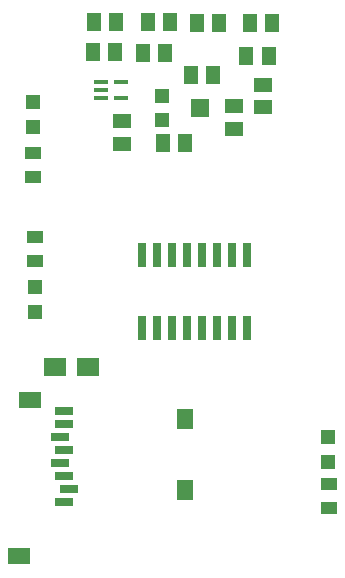
<source format=gtp>
G75*
%MOIN*%
%OFA0B0*%
%FSLAX25Y25*%
%IPPOS*%
%LPD*%
%AMOC8*
5,1,8,0,0,1.08239X$1,22.5*
%
%ADD10R,0.04724X0.04724*%
%ADD11R,0.05118X0.05906*%
%ADD12R,0.05906X0.05118*%
%ADD13R,0.07677X0.05906*%
%ADD14R,0.02600X0.08000*%
%ADD15R,0.05512X0.04331*%
%ADD16R,0.04528X0.01378*%
%ADD17R,0.05906X0.06299*%
%ADD18R,0.07480X0.05512*%
%ADD19R,0.05512X0.07087*%
%ADD20R,0.05906X0.02756*%
D10*
X0030833Y0086335D03*
X0030833Y0094602D03*
X0030203Y0148146D03*
X0030203Y0156413D03*
X0072999Y0158343D03*
X0072999Y0150469D03*
X0128274Y0044720D03*
X0128274Y0036453D03*
D11*
X0080715Y0142634D03*
X0073235Y0142634D03*
X0082723Y0165232D03*
X0090203Y0165232D03*
X0092054Y0182791D03*
X0084573Y0182791D03*
X0075833Y0182949D03*
X0074062Y0172713D03*
X0068353Y0182949D03*
X0066581Y0172713D03*
X0057447Y0172949D03*
X0057723Y0182949D03*
X0050243Y0182949D03*
X0049967Y0172949D03*
X0101109Y0171768D03*
X0102369Y0182594D03*
X0108589Y0171768D03*
X0109849Y0182594D03*
D12*
X0106621Y0162122D03*
X0106621Y0154642D03*
X0096896Y0154957D03*
X0096896Y0147476D03*
X0059770Y0149917D03*
X0059770Y0142437D03*
D13*
X0048255Y0067909D03*
X0037428Y0067909D03*
D14*
X0066325Y0081046D03*
X0071325Y0081046D03*
X0076325Y0081046D03*
X0081325Y0081046D03*
X0086325Y0081046D03*
X0091325Y0081046D03*
X0096325Y0081046D03*
X0101325Y0081046D03*
X0101325Y0105246D03*
X0096325Y0105246D03*
X0091325Y0105246D03*
X0086325Y0105246D03*
X0081325Y0105246D03*
X0076325Y0105246D03*
X0071325Y0105246D03*
X0066325Y0105246D03*
D15*
X0030558Y0103461D03*
X0030558Y0111335D03*
X0030164Y0131413D03*
X0030164Y0139287D03*
X0128550Y0029012D03*
X0128550Y0021138D03*
D16*
X0059534Y0157831D03*
X0059534Y0162949D03*
X0052841Y0162949D03*
X0052841Y0160390D03*
X0052841Y0157831D03*
D17*
X0085794Y0154406D03*
D18*
X0025518Y0005075D03*
X0029062Y0057043D03*
D19*
X0080636Y0050744D03*
X0080636Y0027122D03*
D20*
X0042054Y0027516D03*
X0040479Y0031846D03*
X0038904Y0036177D03*
X0040479Y0040508D03*
X0038904Y0044839D03*
X0040479Y0049169D03*
X0040479Y0053500D03*
X0040479Y0023185D03*
M02*

</source>
